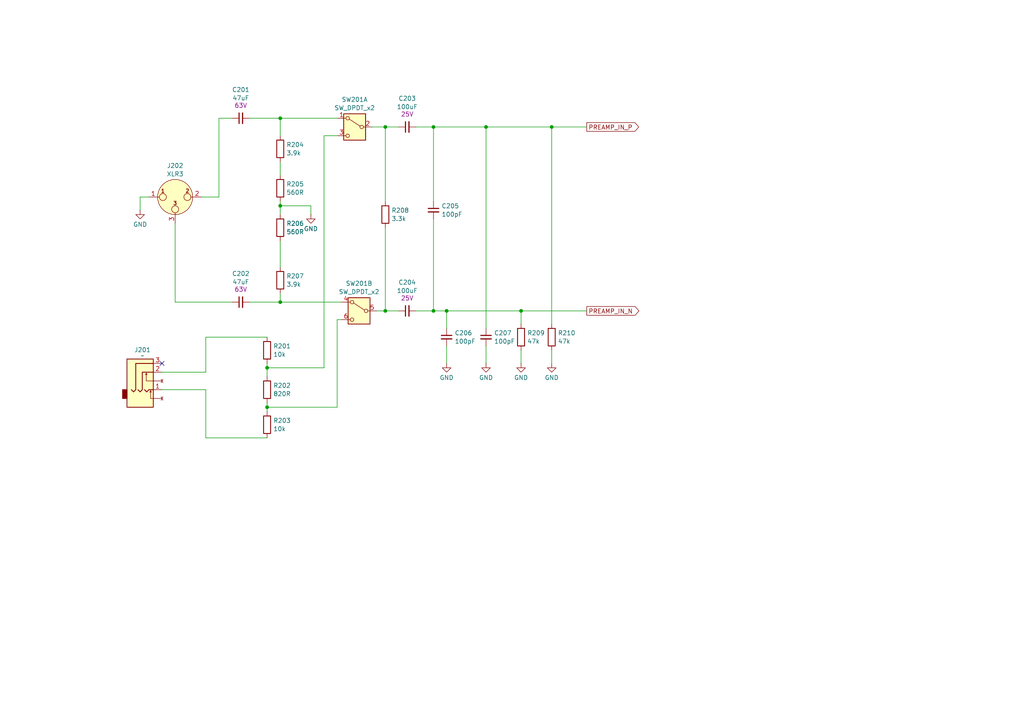
<source format=kicad_sch>
(kicad_sch (version 20231120) (generator "eeschema") (generator_version "8.0")
  (paper "A4")
  (title_block (title "Preamp Input Circuit") (rev "1") (company "Soundstage"))
  (lib_symbols
    (symbol "Connector_Audio:XLR3" (pin_names hide)
      (property "Reference" "J" (at 0 8.89 0))
      (property "Value" "XLR3" (at 0 6.35 0))
      (symbol "XLR3_0_1"
        (circle (center -3.556 0) (radius 1.016))
        (circle (center 0 -3.556) (radius 1.016))
        (polyline (pts (xy -5.08 0) (xy -4.572 0)))
        (polyline (pts (xy 0 -5.08) (xy 0 -4.572)))
        (polyline (pts (xy 5.08 0) (xy 4.572 0)))
        (circle (center 0 0) (radius 5.08) (fill (type background)))
        (circle (center 3.556 0) (radius 1.016))
        (text "1" (at -3.556 1.778 0) (effects (font (size 1.016 1.016) (bold yes))))
        (text "2" (at 3.556 1.778 0) (effects (font (size 1.016 1.016) (bold yes))))
        (text "3" (at 0 -1.778 0) (effects (font (size 1.016 1.016) (bold yes))))
        (pin passive line (at -7.62 0 0) (length 2.54) (name "~") (number "1"))
        (pin passive line (at 7.62 0 180) (length 2.54) (name "~") (number "2"))
        (pin passive line (at 0 -7.62 90) (length 2.54) (name "~") (number "3"))
      )
    )
    (symbol "Device:C_Small" (pin_numbers hide) (pin_names (offset 0.254) hide)
      (property "Reference" "C" (at 0.254 1.778 0))
      (property "Value" "C_Small" (at 0.254 -2.032 0))
      (symbol "C_Small_0_1"
        (polyline (pts (xy -1.524 -0.508) (xy 1.524 -0.508)) (stroke (width 0.3302)))
        (polyline (pts (xy -1.524 0.508) (xy 1.524 0.508)) (stroke (width 0.3048)))
      )
      (symbol "C_Small_1_1"
        (pin passive line (at 0 2.54 270) (length 2.032) (name "~") (number "1"))
        (pin passive line (at 0 -2.54 90) (length 2.032) (name "~") (number "2"))
      )
    )
    (symbol "Device:R" (pin_numbers hide) (pin_names (offset 0))
      (property "Reference" "R" (at 2.032 0 90))
      (property "Value" "R" (at 0 0 90))
      (symbol "R_0_1"
        (rectangle (start -1.016 -2.54) (end 1.016 2.54) (stroke (width 0.254)))
      )
      (symbol "R_1_1"
        (pin passive line (at 0 3.81 270) (length 1.27) (name "~") (number "1"))
        (pin passive line (at 0 -3.81 90) (length 1.27) (name "~") (number "2"))
      )
    )
    (symbol "SoundstageFXPedal:TRS_Jack_Ext"
      (property "Reference" "J" (at -0.254 7.874 0))
      (symbol "TRS_Jack_Ext_0_1"
        (rectangle (start -5.08 -2.54) (end -6.35 -5.08) (stroke (width 0.254)) (fill (type outline)))
        (rectangle (start -5.08 6.35) (end 2.54 -7.62) (stroke (width 0.254)) (fill (type background)))
        (polyline (pts (xy 0.508 2.286) (xy 0.762 1.778)))
        (polyline (pts (xy 1.778 -2.794) (xy 2.032 -3.302)))
        (polyline (pts (xy 2.54 -5.08) (xy 5.08 -5.08)))
        (polyline (pts (xy 2.54 0) (xy 5.08 0)))
        (polyline (pts (xy 4.826 -5.588) (xy 5.334 -4.572)))
        (polyline (pts (xy 4.826 -4.572) (xy 5.334 -5.588)))
        (polyline (pts (xy 4.826 -0.508) (xy 5.334 0.508)))
        (polyline (pts (xy 4.826 0.508) (xy 5.334 -0.508)))
        (polyline (pts (xy 0 -2.54) (xy 0.635 -3.175) (xy 1.27 -2.54) (xy 2.54 -2.54)) (stroke (width 0.254)))
        (polyline (pts (xy 2.54 -5.08) (xy 1.778 -5.08) (xy 1.778 -2.794) (xy 1.524 -3.302)))
        (polyline (pts (xy 2.54 0) (xy 0.508 0) (xy 0.508 2.286) (xy 0.254 1.778)))
        (polyline (pts (xy -1.905 -2.54) (xy -1.27 -3.175) (xy -0.635 -2.54) (xy -0.635 2.54) (xy 2.54 2.54)) (stroke (width 0.254)))
        (polyline (pts (xy 2.54 5.08) (xy -2.54 5.08) (xy -2.54 -2.54) (xy -3.175 -3.175) (xy -3.81 -2.54)) (stroke (width 0.254)))
      )
      (symbol "TRS_Jack_Ext_1_1"
        (pin passive line (at 5.08 -2.54 180) (length 2.54) (name "~") (number "1"))
        (pin passive line (at 5.08 2.54 180) (length 2.54) (name "~") (number "2"))
        (pin passive line (at 5.08 5.08 180) (length 2.54) (name "~") (number "3"))
      )
    )
    (symbol "Switch:SW_DPDT_x2" (pin_names (offset 0) hide)
      (property "Reference" "SW" (at 0 5.08 0))
      (property "Value" "SW_DPDT_x2" (at 0 -5.08 0))
      (symbol "SW_DPDT_x2_0_0"
        (circle (center -2.032 0) (radius 0.508))
        (circle (center 2.032 -2.54) (radius 0.508))
      )
      (symbol "SW_DPDT_x2_0_1"
        (rectangle (start -3.175 3.81) (end 3.175 -3.81) (stroke (width 0.254)) (fill (type background)))
        (polyline (pts (xy -1.524 0.254) (xy 1.5748 2.286)))
        (circle (center 2.032 2.54) (radius 0.508))
      )
      (symbol "SW_DPDT_x2_1_1"
        (pin passive line (at 5.08 2.54 180) (length 2.54) (name "A") (number "1"))
        (pin passive line (at -5.08 0 0) (length 2.54) (name "B") (number "2"))
        (pin passive line (at 5.08 -2.54 180) (length 2.54) (name "C") (number "3"))
      )
      (symbol "SW_DPDT_x2_2_1"
        (pin passive line (at 5.08 2.54 180) (length 2.54) (name "A") (number "4"))
        (pin passive line (at -5.08 0 0) (length 2.54) (name "B") (number "5"))
        (pin passive line (at 5.08 -2.54 180) (length 2.54) (name "C") (number "6"))
      )
    )
    (symbol "power:GND" (power) (pin_numbers hide) (pin_names (offset 0) hide)
      (property "Value" "GND" (at 0 -3.81 0))
      (symbol "GND_0_1"
        (polyline (pts (xy 0 0) (xy 0 -1.27) (xy 1.27 -1.27) (xy 0 -2.54) (xy -1.27 -1.27) (xy 0 -1.27)))
      )
      (symbol "GND_1_1"
        (pin power_in line (at 0 0 270) (length 0) (name "~") (number "1"))
      )
    )
  )
  (junction (at 125.73 90.17))
  (junction (at 111.76 36.83))
  (junction (at 160.02 36.83))
  (junction (at 77.47 106.68))
  (junction (at 81.28 87.63))
  (junction (at 151.13 90.17))
  (junction (at 81.28 34.29))
  (junction (at 125.73 36.83))
  (junction (at 81.28 59.69))
  (junction (at 77.47 118.11))
  (junction (at 140.97 36.83))
  (junction (at 111.76 90.17))
  (junction (at 129.54 90.17))
  (no_connect (at 46.99 105.41))
  (wire (pts (xy 111.76 36.83) (xy 111.76 58.42)))
  (wire (pts (xy 59.69 97.79) (xy 77.47 97.79)))
  (wire (pts (xy 140.97 100.33) (xy 140.97 105.41)))
  (wire (pts (xy 93.98 106.68) (xy 93.98 39.37)))
  (wire (pts (xy 125.73 36.83) (xy 125.73 58.42)))
  (wire (pts (xy 77.47 106.68) (xy 93.98 106.68)))
  (wire (pts (xy 77.47 106.68) (xy 77.47 109.22)))
  (wire (pts (xy 160.02 101.6) (xy 160.02 105.41)))
  (wire (pts (xy 151.13 90.17) (xy 170.18 90.17)))
  (wire (pts (xy 81.28 46.99) (xy 81.28 50.8)))
  (wire (pts (xy 97.79 92.71) (xy 99.06 92.71)))
  (wire (pts (xy 59.69 127) (xy 77.47 127)))
  (wire (pts (xy 81.28 87.63) (xy 99.06 87.63)))
  (wire (pts (xy 50.8 87.63) (xy 67.31 87.63)))
  (wire (pts (xy 120.65 36.83) (xy 125.73 36.83)))
  (wire (pts (xy 107.95 36.83) (xy 111.76 36.83)))
  (wire (pts (xy 40.64 60.96) (xy 40.64 57.15)))
  (wire (pts (xy 77.47 118.11) (xy 97.79 118.11)))
  (wire (pts (xy 125.73 90.17) (xy 129.54 90.17)))
  (wire (pts (xy 125.73 36.83) (xy 140.97 36.83)))
  (wire (pts (xy 160.02 36.83) (xy 160.02 93.98)))
  (wire (pts (xy 58.42 57.15) (xy 63.5 57.15)))
  (wire (pts (xy 111.76 90.17) (xy 115.57 90.17)))
  (wire (pts (xy 77.47 116.84) (xy 77.47 118.11)))
  (wire (pts (xy 125.73 90.17) (xy 120.65 90.17)))
  (wire (pts (xy 77.47 118.11) (xy 77.47 119.38)))
  (wire (pts (xy 40.64 57.15) (xy 43.18 57.15)))
  (wire (pts (xy 81.28 58.42) (xy 81.28 59.69)))
  (wire (pts (xy 81.28 34.29) (xy 97.79 34.29)))
  (wire (pts (xy 72.39 34.29) (xy 81.28 34.29)))
  (wire (pts (xy 140.97 95.25) (xy 140.97 36.83)))
  (wire (pts (xy 151.13 101.6) (xy 151.13 105.41)))
  (wire (pts (xy 46.99 107.95) (xy 59.69 107.95)))
  (wire (pts (xy 46.99 113.03) (xy 59.69 113.03)))
  (wire (pts (xy 129.54 90.17) (xy 151.13 90.17)))
  (wire (pts (xy 72.39 87.63) (xy 81.28 87.63)))
  (wire (pts (xy 129.54 90.17) (xy 129.54 95.25)))
  (wire (pts (xy 77.47 105.41) (xy 77.47 106.68)))
  (wire (pts (xy 111.76 36.83) (xy 115.57 36.83)))
  (wire (pts (xy 50.8 64.77) (xy 50.8 87.63)))
  (wire (pts (xy 81.28 59.69) (xy 81.28 62.23)))
  (wire (pts (xy 140.97 36.83) (xy 160.02 36.83)))
  (wire (pts (xy 111.76 90.17) (xy 109.22 90.17)))
  (wire (pts (xy 81.28 34.29) (xy 81.28 39.37)))
  (wire (pts (xy 97.79 118.11) (xy 97.79 92.71)))
  (wire (pts (xy 151.13 90.17) (xy 151.13 93.98)))
  (wire (pts (xy 81.28 69.85) (xy 81.28 77.47)))
  (wire (pts (xy 160.02 36.83) (xy 170.18 36.83)))
  (wire (pts (xy 63.5 57.15) (xy 63.5 34.29)))
  (wire (pts (xy 125.73 63.5) (xy 125.73 90.17)))
  (wire (pts (xy 81.28 59.69) (xy 90.17 59.69)))
  (wire (pts (xy 59.69 113.03) (xy 59.69 127)))
  (wire (pts (xy 111.76 66.04) (xy 111.76 90.17)))
  (wire (pts (xy 81.28 87.63) (xy 81.28 85.09)))
  (wire (pts (xy 59.69 107.95) (xy 59.69 97.79)))
  (wire (pts (xy 63.5 34.29) (xy 67.31 34.29)))
  (wire (pts (xy 93.98 39.37) (xy 97.79 39.37)))
  (wire (pts (xy 129.54 100.33) (xy 129.54 105.41)))
  (wire (pts (xy 90.17 59.69) (xy 90.17 62.23)))
  (global_label "PREAMP_IN_P" (shape output) (at 170.18 36.83 0) (property "Intersheetrefs" "${INTERSHEET_REFS}" (effects (hide yes))))
  (global_label "PREAMP_IN_N" (shape output) (at 170.18 90.17 0) (property "Intersheetrefs" "${INTERSHEET_REFS}" (effects (hide yes))))
  (symbol (lib_id "Device:R") (at 151.13 97.79 180) (unit 1)
    (property "Reference" "R209" (at 152.908 96.5778 0) (effects (justify right)))
    (property "Value" "47k" (at 152.908 99.0021 0) (effects (justify right)))
    (property "Footprint" "Resistor_THT:R_Axial_DIN0207_L6.3mm_D2.5mm_P7.62mm_Horizontal" (effects (hide yes)))
    (property "Description" "Resistor" (effects (hide yes)))
  )
  (symbol (lib_id "Device:C_Small") (at 129.54 97.79 0) (unit 1)
    (property "Reference" "C206" (at 131.8641 96.5841 0) (effects (justify left)))
    (property "Value" "100pF" (at 131.8641 99.0084 0) (effects (justify left)))
    (property "Footprint" "Capacitor_THT:C_Disc_D5.0mm_W2.5mm_P2.50mm" (effects (hide yes)))
    (property "Datasheet" "FG18C0G1H101JNT00" (effects (hide yes)))
    (property "Description" "Unpolarized capacitor, small symbol" (effects (hide yes)))
  )
  (symbol (lib_id "Device:R") (at 77.47 113.03 180) (unit 1)
    (property "Reference" "R202" (at 79.248 111.8178 0) (effects (justify right)))
    (property "Value" "820R" (at 79.248 114.2421 0) (effects (justify right)))
    (property "Footprint" "Resistor_THT:R_Axial_DIN0207_L6.3mm_D2.5mm_P7.62mm_Horizontal" (effects (hide yes)))
    (property "Description" "Resistor" (effects (hide yes)))
  )
  (symbol (lib_id "power:GND") (at 151.13 105.41 0) (unit 1)
    (property "Reference" "#PWR0205" (effects (hide yes)))
    (property "Value" "GND" (at 151.13 109.5431 0))
    (property "Description" "Power symbol creates a global label with name \"GND\" , ground" (effects (hide yes)))
  )
  (symbol (lib_id "Device:R") (at 81.28 43.18 180) (unit 1)
    (property "Reference" "R204" (at 83.058 41.9678 0) (effects (justify right)))
    (property "Value" "3.9k" (at 83.058 44.3921 0) (effects (justify right)))
    (property "Footprint" "Resistor_THT:R_Axial_DIN0207_L6.3mm_D2.5mm_P7.62mm_Horizontal" (effects (hide yes)))
    (property "Description" "Resistor" (effects (hide yes)))
  )
  (symbol (lib_id "power:GND") (at 140.97 105.41 0) (unit 1)
    (property "Reference" "#PWR0204" (effects (hide yes)))
    (property "Value" "GND" (at 140.97 109.5431 0))
    (property "Description" "Power symbol creates a global label with name \"GND\" , ground" (effects (hide yes)))
  )
  (symbol (lib_id "power:GND") (at 90.17 62.23 0) (unit 1)
    (property "Reference" "#PWR0202" (effects (hide yes)))
    (property "Value" "GND" (at 90.17 66.3631 0))
    (property "Description" "Power symbol creates a global label with name \"GND\" , ground" (effects (hide yes)))
  )
  (symbol (lib_id "Device:C_Small") (at 125.73 60.96 0) (unit 1)
    (property "Reference" "C205" (at 128.0541 59.7541 0) (effects (justify left)))
    (property "Value" "100pF" (at 128.0541 62.1784 0) (effects (justify left)))
    (property "Footprint" "Capacitor_THT:C_Disc_D5.0mm_W2.5mm_P2.50mm" (effects (hide yes)))
    (property "Datasheet" "FG18C0G1H101JNT00" (effects (hide yes)))
    (property "Description" "Unpolarized capacitor, small symbol" (effects (hide yes)))
  )
  (symbol (lib_id "Device:C_Small") (at 69.85 87.63 90) (unit 1)
    (property "Reference" "C202" (at 69.85 79.3637 90))
    (property "Value" "47uF" (at 69.85 81.788 90))
    (property "Footprint" "Capacitor_THT:CP_Radial_D6.3mm_P2.50mm" (effects (hide yes)))
    (property "Datasheet" "63YXJ47M6.3X11" (effects (hide yes)))
    (property "Description" "Unpolarized capacitor, small symbol" (effects (hide yes)))
    (property "Voltage" "63V" (at 69.85 83.9357 90))
  )
  (symbol (lib_id "Device:R") (at 160.02 97.79 180) (unit 1)
    (property "Reference" "R210" (at 161.798 96.5778 0) (effects (justify right)))
    (property "Value" "47k" (at 161.798 99.0021 0) (effects (justify right)))
    (property "Footprint" "Resistor_THT:R_Axial_DIN0207_L6.3mm_D2.5mm_P7.62mm_Horizontal" (effects (hide yes)))
    (property "Description" "Resistor" (effects (hide yes)))
  )
  (symbol (lib_id "Device:R") (at 111.76 62.23 180) (unit 1)
    (property "Reference" "R208" (at 113.538 61.0178 0) (effects (justify right)))
    (property "Value" "3.3k" (at 113.538 63.4421 0) (effects (justify right)))
    (property "Footprint" "Resistor_THT:R_Axial_DIN0207_L6.3mm_D2.5mm_P7.62mm_Horizontal" (effects (hide yes)))
    (property "Description" "Resistor" (effects (hide yes)))
  )
  (symbol (lib_id "Switch:SW_DPDT_x2") (at 102.87 36.83 0) (mirror y) (unit 1)
    (property "Reference" "SW201" (at 102.87 28.8755 0))
    (property "Value" "SW_DPDT_x2" (at 102.87 31.2998 0))
    (property "Footprint" "Connector_JST:JST_XH_B6B-XH-A_1x06_P2.50mm_Vertical" (effects (hide yes)))
    (property "Description" "Switch, dual pole double throw, separate symbols" (effects (hide yes)))
  )
  (symbol (lib_id "Device:C_Small") (at 118.11 36.83 90) (unit 1)
    (property "Reference" "C203" (at 118.11 28.5637 90))
    (property "Value" "100uF" (at 118.11 30.988 90))
    (property "Footprint" "Capacitor_THT:CP_Radial_D5.0mm_P2.00mm" (effects (hide yes)))
    (property "Datasheet" "25PX100MEFC5X11" (effects (hide yes)))
    (property "Description" "Unpolarized capacitor, small symbol" (effects (hide yes)))
    (property "Voltage" "25V" (at 118.11 33.1357 90))
  )
  (symbol (lib_id "Device:R") (at 81.28 81.28 180) (unit 1)
    (property "Reference" "R207" (at 83.058 80.0678 0) (effects (justify right)))
    (property "Value" "3.9k" (at 83.058 82.4921 0) (effects (justify right)))
    (property "Footprint" "Resistor_THT:R_Axial_DIN0207_L6.3mm_D2.5mm_P7.62mm_Horizontal" (effects (hide yes)))
    (property "Description" "Resistor" (effects (hide yes)))
  )
  (symbol (lib_id "Device:R") (at 77.47 123.19 0) (unit 1)
    (property "Reference" "R203" (at 79.248 121.9778 0) (effects (justify left)))
    (property "Value" "10k" (at 79.248 124.4021 0) (effects (justify left)))
    (property "Footprint" "Resistor_THT:R_Axial_DIN0207_L6.3mm_D2.5mm_P7.62mm_Horizontal" (effects (hide yes)))
    (property "Description" "Resistor" (effects (hide yes)))
  )
  (symbol (lib_id "Switch:SW_DPDT_x2") (at 104.14 90.17 0) (mirror y) (unit 2)
    (property "Reference" "SW201" (at 104.14 82.2155 0))
    (property "Value" "SW_DPDT_x2" (at 104.14 84.6398 0))
    (property "Footprint" "Connector_JST:JST_XH_B6B-XH-A_1x06_P2.50mm_Vertical" (effects (hide yes)))
    (property "Description" "Switch, dual pole double throw, separate symbols" (effects (hide yes)))
  )
  (symbol (lib_id "Device:R") (at 77.47 101.6 180) (unit 1)
    (property "Reference" "R201" (at 79.248 100.3878 0) (effects (justify right)))
    (property "Value" "10k" (at 79.248 102.8121 0) (effects (justify right)))
    (property "Footprint" "Resistor_THT:R_Axial_DIN0207_L6.3mm_D2.5mm_P7.62mm_Horizontal" (effects (hide yes)))
    (property "Description" "Resistor" (effects (hide yes)))
  )
  (symbol (lib_id "SoundstageFXPedal:TRS_Jack_Ext") (at 41.91 110.49 0) (unit 1)
    (property "Reference" "J201" (at 41.3385 101.4815 0))
    (property "Value" "~" (at 41.3385 103.1629 0))
    (property "Footprint" "Connector_JST:JST_XH_B3B-XH-A_1x03_P2.50mm_Vertical" (effects (hide yes)))
    (property "Description" "Symbol for panel-mount TRS jack connected through 3-pin JST XH" (effects (hide yes)))
  )
  (symbol (lib_id "power:GND") (at 40.64 60.96 0) (unit 1)
    (property "Reference" "#PWR0201" (effects (hide yes)))
    (property "Value" "GND" (at 40.64 65.0931 0))
    (property "Description" "Power symbol creates a global label with name \"GND\" , ground" (effects (hide yes)))
  )
  (symbol (lib_id "Device:C_Small") (at 140.97 97.79 0) (unit 1)
    (property "Reference" "C207" (at 143.2941 96.5841 0) (effects (justify left)))
    (property "Value" "100pF" (at 143.2941 99.0084 0) (effects (justify left)))
    (property "Footprint" "Capacitor_THT:C_Disc_D5.0mm_W2.5mm_P2.50mm" (effects (hide yes)))
    (property "Datasheet" "FG18C0G1H101JNT00" (effects (hide yes)))
    (property "Description" "Unpolarized capacitor, small symbol" (effects (hide yes)))
  )
  (symbol (lib_id "Device:C_Small") (at 69.85 34.29 90) (unit 1)
    (property "Reference" "C201" (at 69.85 26.0237 90))
    (property "Value" "47uF" (at 69.85 28.448 90))
    (property "Footprint" "Capacitor_THT:CP_Radial_D6.3mm_P2.50mm" (effects (hide yes)))
    (property "Datasheet" "63YXJ47M6.3X11" (effects (hide yes)))
    (property "Description" "Unpolarized capacitor, small symbol" (effects (hide yes)))
    (property "Voltage" "63V" (at 69.85 30.5957 90))
  )
  (symbol (lib_id "Device:C_Small") (at 118.11 90.17 90) (unit 1)
    (property "Reference" "C204" (at 118.11 81.9037 90))
    (property "Value" "100uF" (at 118.11 84.328 90))
    (property "Footprint" "Capacitor_THT:CP_Radial_D5.0mm_P2.00mm" (effects (hide yes)))
    (property "Datasheet" "25PX100MEFC5X11" (effects (hide yes)))
    (property "Description" "Unpolarized capacitor, small symbol" (effects (hide yes)))
    (property "Voltage" "25V" (at 118.11 86.4757 90))
  )
  (symbol (lib_id "power:GND") (at 129.54 105.41 0) (unit 1)
    (property "Reference" "#PWR0203" (effects (hide yes)))
    (property "Value" "GND" (at 129.54 109.5431 0))
    (property "Description" "Power symbol creates a global label with name \"GND\" , ground" (effects (hide yes)))
  )
  (symbol (lib_id "Device:R") (at 81.28 54.61 180) (unit 1)
    (property "Reference" "R205" (at 83.058 53.3978 0) (effects (justify right)))
    (property "Value" "560R" (at 83.058 55.8221 0) (effects (justify right)))
    (property "Footprint" "Resistor_THT:R_Axial_DIN0207_L6.3mm_D2.5mm_P7.62mm_Horizontal" (effects (hide yes)))
    (property "Description" "Resistor" (effects (hide yes)))
  )
  (symbol (lib_id "power:GND") (at 160.02 105.41 0) (unit 1)
    (property "Reference" "#PWR0206" (effects (hide yes)))
    (property "Value" "GND" (at 160.02 109.5431 0))
    (property "Description" "Power symbol creates a global label with name \"GND\" , ground" (effects (hide yes)))
  )
  (symbol (lib_id "Device:R") (at 81.28 66.04 180) (unit 1)
    (property "Reference" "R206" (at 83.058 64.8278 0) (effects (justify right)))
    (property "Value" "560R" (at 83.058 67.2521 0) (effects (justify right)))
    (property "Footprint" "Resistor_THT:R_Axial_DIN0207_L6.3mm_D2.5mm_P7.62mm_Horizontal" (effects (hide yes)))
    (property "Description" "Resistor" (effects (hide yes)))
  )
  (symbol (lib_id "Connector_Audio:XLR3") (at 50.8 57.15 0) (unit 1)
    (property "Reference" "J202" (at 50.8 48.0525 0))
    (property "Value" "XLR3" (at 50.8 50.4768 0))
    (property "Footprint" "Connector_JST:JST_XH_B3B-XH-A_1x03_P2.50mm_Vertical" (effects (hide yes)))
    (property "Description" "XLR Connector, Male or Female, 3 Pins" (effects (hide yes)))
  )
)
</source>
